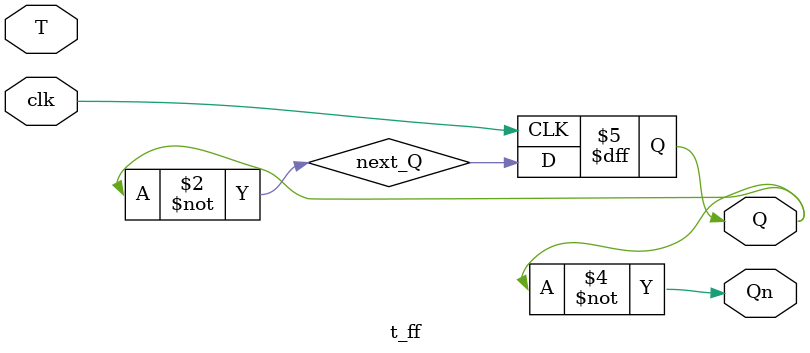
<source format=v>
module t_ff (
  input T, clk,
  output Q, Qn
);

  reg next_Q;

  // Combinational logic for next state based on T
  always @(T) begin
    next_Q = ~Q;  // Toggle on every positive edge
  end

  // Sequential logic to update state on clock edge
  always @(posedge clk) begin
    Q <= next_Q;
  end

  assign Qn = ~Q; // Inverted output

endmodule

</source>
